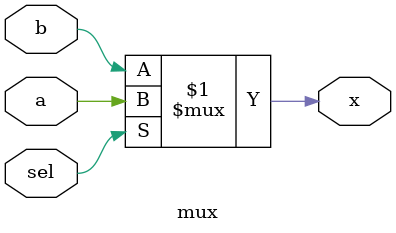
<source format=sv>
module mux(
    input a, b,
    input sel,
    output x
);

    assign x = (sel) ? a : b;
endmodule 

</source>
